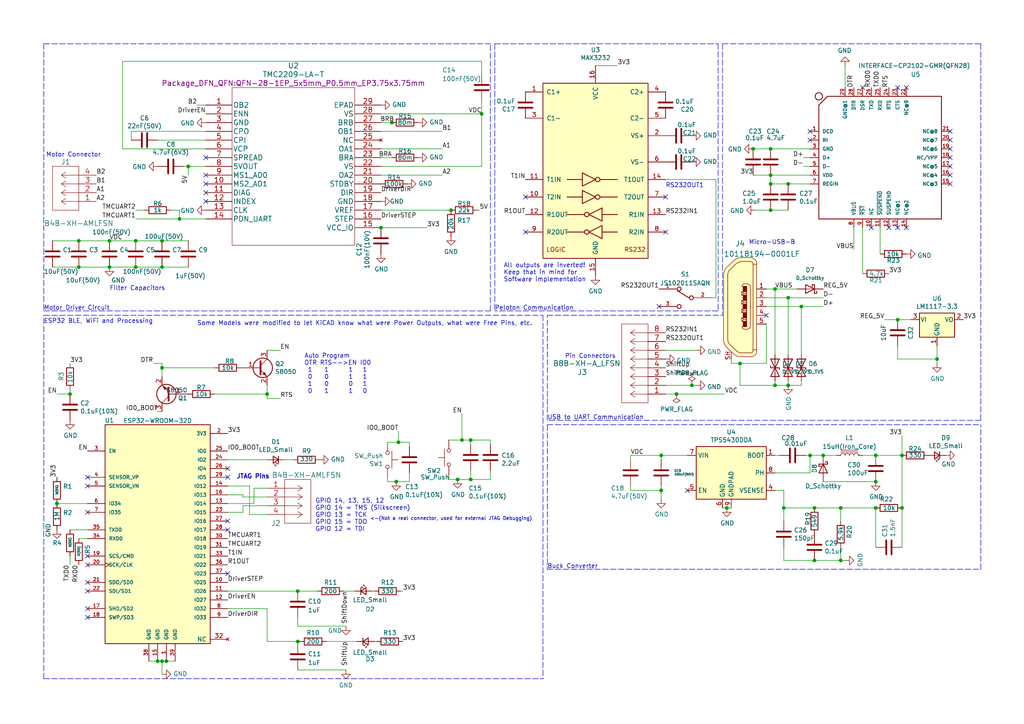
<source format=kicad_sch>
(kicad_sch (version 20211123) (generator eeschema)
  (paper "A4")
  (title_block (title "SmartSpin2k") (date "2022-09-17") (rev "2.35") (company "GitHub") (comment 1 "Design by: Alex Quilty and Xymon Aesquivel") (comment 2 "Owner: Anthony Doud"))
  (junction (at 22.86 77.47))
  (junction (at 236.22 147.32))
  (junction (at 48.26 191.77))
  (junction (at 228.6 86.36))
  (junction (at 139.7 33.02))
  (junction (at 254 132.08))
  (junction (at 110.49 66.04))
  (junction (at 77.47 114.3))
  (junction (at 236.22 162.56))
  (junction (at 46.99 191.77))
  (junction (at 227.33 147.32))
  (junction (at 45.72 191.77))
  (junction (at 46.99 69.85))
  (junction (at 46.99 106.68))
  (junction (at 39.37 69.85))
  (junction (at 191.77 142.24))
  (junction (at 196.215 114.3))
  (junction (at 234.95 132.08))
  (junction (at 136.525 127.635))
  (junction (at 86.36 171.45))
  (junction (at 243.84 147.32))
  (junction (at 223.52 43.18))
  (junction (at 31.75 69.85))
  (junction (at 130.81 60.96))
  (junction (at 218.44 43.18))
  (junction (at 200.66 111.76))
  (junction (at 132.715 139.065))
  (junction (at 214.63 105.41))
  (junction (at 243.84 162.56))
  (junction (at 20.32 114.3))
  (junction (at 54.61 48.26))
  (junction (at 228.6 53.34))
  (junction (at 39.37 77.47))
  (junction (at 224.79 111.76))
  (junction (at 260.35 92.71))
  (junction (at 254 139.7))
  (junction (at 113.665 35.56))
  (junction (at 136.525 139.065))
  (junction (at 261.62 132.08))
  (junction (at 228.6 111.76))
  (junction (at 223.52 60.96))
  (junction (at 224.79 83.82))
  (junction (at 133.985 127.635))
  (junction (at 16.51 146.05))
  (junction (at 22.86 69.85))
  (junction (at 191.77 132.08))
  (junction (at 261.62 147.32))
  (junction (at 223.52 53.34))
  (junction (at 223.52 50.8))
  (junction (at 31.75 77.47))
  (junction (at 271.78 104.14))
  (junction (at 210.82 147.32))
  (junction (at 114.935 139.7))
  (junction (at 232.41 88.9))
  (junction (at 254 147.32))
  (junction (at 86.36 186.055))
  (junction (at 115.57 128.27))
  (junction (at 238.76 132.08))
  (junction (at 46.99 77.47))
  (junction (at 52.07 63.5))
  (no_connect (at 262.89 25.4))
  (no_connect (at 152.4 67.31))
  (no_connect (at 260.35 66.04))
  (no_connect (at 25.4 163.83))
  (no_connect (at 234.95 38.1))
  (no_connect (at 59.69 55.88))
  (no_connect (at 66.04 138.43))
  (no_connect (at 25.4 171.45))
  (no_connect (at 275.59 43.18))
  (no_connect (at 260.35 25.4))
  (no_connect (at 222.25 91.44))
  (no_connect (at 275.59 40.64))
  (no_connect (at 275.59 53.34))
  (no_connect (at 199.39 142.24))
  (no_connect (at 59.69 45.72))
  (no_connect (at 252.73 66.04))
  (no_connect (at 66.04 151.13))
  (no_connect (at 257.81 66.04))
  (no_connect (at 234.95 40.64))
  (no_connect (at 25.4 138.43))
  (no_connect (at 193.04 67.31))
  (no_connect (at 250.19 25.4))
  (no_connect (at 275.59 45.72))
  (no_connect (at 25.4 179.07))
  (no_connect (at 275.59 50.8))
  (no_connect (at 275.59 38.1))
  (no_connect (at 59.69 53.34))
  (no_connect (at 25.4 148.59))
  (no_connect (at 275.59 48.26))
  (no_connect (at 191.135 88.9))
  (no_connect (at 66.04 153.67))
  (no_connect (at 262.89 66.04))
  (no_connect (at 25.4 176.53))
  (no_connect (at 152.4 57.15))
  (no_connect (at 25.4 161.29))
  (no_connect (at 66.04 166.37))
  (no_connect (at 59.69 58.42))
  (no_connect (at 66.04 135.89))
  (no_connect (at 25.4 168.91))
  (no_connect (at 193.04 57.15))
  (no_connect (at 25.4 140.97))
  (no_connect (at 59.69 50.8))
  (wire (pts (xy 227.33 162.56) (xy 236.22 162.56)))
  (wire (pts (xy 238.76 132.08) (xy 242.57 132.08)))
  (wire (pts (xy 201.93 111.76) (xy 200.66 111.76)))
  (wire (pts (xy 260.35 92.71) (xy 264.16 92.71)))
  (wire (pts (xy 233.045 48.26) (xy 234.95 48.26)))
  (wire (pts (xy 59.69 38.1) (xy 38.1 38.1)))
  (polyline (pts (xy 158.75 91.44) (xy 209.55 91.44)))
  (wire (pts (xy 112.395 138.43) (xy 112.395 139.7)))
  (wire (pts (xy 128.27 38.1) (xy 110.49 38.1)))
  (wire (pts (xy 94.615 186.055) (xy 103.505 186.055)))
  (wire (pts (xy 261.62 126.365) (xy 261.62 132.08)))
  (wire (pts (xy 136.525 139.065) (xy 142.24 139.065)))
  (wire (pts (xy 118.745 137.16) (xy 118.745 139.7)))
  (wire (pts (xy 110.49 33.02) (xy 139.7 33.02)))
  (wire (pts (xy 228.6 53.34) (xy 234.95 53.34)))
  (wire (pts (xy 108.585 186.055) (xy 109.22 186.055)))
  (wire (pts (xy 81.28 115.57) (xy 77.47 115.57)))
  (wire (pts (xy 136.525 127.635) (xy 136.525 128.905)))
  (wire (pts (xy 256.54 92.71) (xy 260.35 92.71)))
  (wire (pts (xy 110.49 60.96) (xy 130.81 60.96)))
  (polyline (pts (xy 208.28 90.17) (xy 143.51 90.17)))
  (wire (pts (xy 130.175 139.065) (xy 132.715 139.065)))
  (wire (pts (xy 271.78 104.14) (xy 271.78 105.41)))
  (wire (pts (xy 223.52 53.34) (xy 228.6 53.34)))
  (wire (pts (xy 224.79 83.82) (xy 222.25 83.82)))
  (wire (pts (xy 214.63 105.41) (xy 222.25 105.41)))
  (wire (pts (xy 224.79 83.82) (xy 224.79 102.87)))
  (wire (pts (xy 210.82 147.32) (xy 212.09 147.32)))
  (wire (pts (xy 46.99 105.41) (xy 44.45 105.41)))
  (wire (pts (xy 45.72 191.77) (xy 46.99 191.77)))
  (wire (pts (xy 35.56 43.18) (xy 59.69 43.18)))
  (wire (pts (xy 66.04 148.59) (xy 70.485 148.59)))
  (wire (pts (xy 45.72 40.64) (xy 59.69 40.64)))
  (wire (pts (xy 219.075 60.96) (xy 223.52 60.96)))
  (wire (pts (xy 113.665 45.72) (xy 110.49 45.72)))
  (wire (pts (xy 54.61 48.26) (xy 53.34 48.26)))
  (wire (pts (xy 66.04 146.05) (xy 73.66 146.05)))
  (wire (pts (xy 48.26 191.77) (xy 50.8 191.77)))
  (polyline (pts (xy 12.7 91.44) (xy 157.48 91.44)))
  (wire (pts (xy 114.3 35.56) (xy 113.665 35.56)))
  (polyline (pts (xy 158.75 123.19) (xy 158.75 165.1)))
  (wire (pts (xy 72.39 140.97) (xy 66.04 140.97)))
  (wire (pts (xy 260.35 100.33) (xy 260.35 104.14)))
  (wire (pts (xy 22.86 77.47) (xy 31.75 77.47)))
  (wire (pts (xy 86.36 186.055) (xy 86.995 186.055)))
  (wire (pts (xy 66.04 143.51) (xy 70.485 143.51)))
  (wire (pts (xy 254 147.32) (xy 254 158.75)))
  (wire (pts (xy 46.99 106.68) (xy 46.99 105.41)))
  (wire (pts (xy 234.95 137.16) (xy 234.95 132.08)))
  (wire (pts (xy 247.65 66.04) (xy 247.65 72.39)))
  (wire (pts (xy 136.525 139.065) (xy 132.715 139.065)))
  (wire (pts (xy 250.19 132.08) (xy 254 132.08)))
  (wire (pts (xy 46.99 109.22) (xy 46.99 106.68)))
  (wire (pts (xy 115.57 125.095) (xy 115.57 128.27)))
  (wire (pts (xy 227.33 142.24) (xy 227.33 147.32)))
  (wire (pts (xy 130.175 137.795) (xy 130.175 139.065)))
  (wire (pts (xy 228.6 86.36) (xy 228.6 102.87)))
  (wire (pts (xy 236.22 147.32) (xy 243.84 147.32)))
  (polyline (pts (xy 12.7 90.17) (xy 142.24 90.17)))
  (wire (pts (xy 52.07 63.5) (xy 39.37 63.5)))
  (wire (pts (xy 54.61 50.8) (xy 54.61 48.26)))
  (wire (pts (xy 46.99 191.77) (xy 48.26 191.77)))
  (wire (pts (xy 128.27 43.18) (xy 110.49 43.18)))
  (wire (pts (xy 112.395 139.7) (xy 114.935 139.7)))
  (wire (pts (xy 116.84 171.45) (xy 116.205 171.45)))
  (polyline (pts (xy 209.55 12.7) (xy 209.55 91.44)))
  (wire (pts (xy 182.88 132.08) (xy 191.77 132.08)))
  (wire (pts (xy 224.79 142.24) (xy 227.33 142.24)))
  (wire (pts (xy 108.585 171.45) (xy 107.95 171.45)))
  (wire (pts (xy 142.24 136.525) (xy 142.24 139.065)))
  (wire (pts (xy 39.37 69.85) (xy 46.99 69.85)))
  (wire (pts (xy 16.51 114.3) (xy 20.32 114.3)))
  (wire (pts (xy 31.75 77.47) (xy 39.37 77.47)))
  (wire (pts (xy 224.79 132.08) (xy 226.06 132.08)))
  (wire (pts (xy 232.41 110.49) (xy 232.41 111.76)))
  (wire (pts (xy 110.49 35.56) (xy 113.665 35.56)))
  (wire (pts (xy 223.52 60.96) (xy 228.6 60.96)))
  (wire (pts (xy 212.09 105.41) (xy 214.63 105.41)))
  (polyline (pts (xy 12.7 196.85) (xy 157.48 196.85)))
  (wire (pts (xy 70.485 146.685) (xy 70.485 148.59)))
  (wire (pts (xy 70.485 144.145) (xy 70.485 143.51)))
  (wire (pts (xy 16.51 146.05) (xy 25.4 146.05)))
  (wire (pts (xy 207.645 52.07) (xy 207.645 86.36)))
  (wire (pts (xy 233.68 132.08) (xy 234.95 132.08)))
  (polyline (pts (xy 284.48 165.1) (xy 284.48 123.19)))
  (wire (pts (xy 54.61 77.47) (xy 46.99 77.47)))
  (wire (pts (xy 223.52 43.18) (xy 234.95 43.18)))
  (wire (pts (xy 271.78 100.33) (xy 271.78 104.14)))
  (wire (pts (xy 130.175 127.635) (xy 133.985 127.635)))
  (wire (pts (xy 133.985 127.635) (xy 136.525 127.635)))
  (polyline (pts (xy 12.7 196.85) (xy 12.7 91.44)))
  (wire (pts (xy 227.33 158.75) (xy 227.33 162.56)))
  (wire (pts (xy 45.72 119.38) (xy 46.99 119.38)))
  (wire (pts (xy 210.185 114.3) (xy 196.215 114.3)))
  (wire (pts (xy 199.39 132.08) (xy 191.77 132.08)))
  (wire (pts (xy 118.745 128.27) (xy 118.745 129.54)))
  (wire (pts (xy 20.32 153.67) (xy 25.4 153.67)))
  (wire (pts (xy 31.75 69.85) (xy 39.37 69.85)))
  (polyline (pts (xy 157.48 91.44) (xy 157.48 196.85)))
  (wire (pts (xy 15.24 69.85) (xy 22.86 69.85)))
  (wire (pts (xy 223.52 53.34) (xy 223.52 50.8)))
  (wire (pts (xy 191.77 132.08) (xy 191.77 133.35)))
  (wire (pts (xy 255.27 66.04) (xy 255.27 73.66)))
  (wire (pts (xy 82.55 133.35) (xy 85.09 133.35)))
  (wire (pts (xy 260.35 104.14) (xy 271.78 104.14)))
  (wire (pts (xy 139.7 29.21) (xy 139.7 33.02)))
  (wire (pts (xy 243.84 147.32) (xy 243.84 151.13)))
  (wire (pts (xy 35.56 17.78) (xy 139.7 17.78)))
  (wire (pts (xy 212.09 104.14) (xy 212.09 105.41)))
  (wire (pts (xy 236.22 162.56) (xy 243.84 162.56)))
  (wire (pts (xy 99.695 171.45) (xy 102.87 171.45)))
  (wire (pts (xy 20.32 113.03) (xy 20.32 114.3)))
  (wire (pts (xy 222.25 105.41) (xy 222.25 93.98)))
  (wire (pts (xy 115.57 128.27) (xy 118.745 128.27)))
  (wire (pts (xy 261.62 132.08) (xy 261.62 147.32)))
  (wire (pts (xy 136.525 136.525) (xy 136.525 139.065)))
  (wire (pts (xy 54.61 69.85) (xy 46.99 69.85)))
  (wire (pts (xy 59.69 63.5) (xy 52.07 63.5)))
  (wire (pts (xy 22.86 69.85) (xy 31.75 69.85)))
  (wire (pts (xy 214.63 111.76) (xy 224.79 111.76)))
  (wire (pts (xy 223.52 50.8) (xy 234.95 50.8)))
  (wire (pts (xy 201.93 101.6) (xy 193.04 101.6)))
  (wire (pts (xy 86.36 181.61) (xy 100.33 181.61)))
  (polyline (pts (xy 12.7 12.7) (xy 142.24 12.7)))
  (polyline (pts (xy 12.7 12.7) (xy 12.7 90.17)))
  (wire (pts (xy 35.56 17.78) (xy 35.56 43.18)))
  (wire (pts (xy 182.88 140.97) (xy 182.88 142.24)))
  (polyline (pts (xy 158.75 121.92) (xy 158.75 91.44)))
  (wire (pts (xy 110.49 66.04) (xy 123.825 66.04)))
  (wire (pts (xy 224.79 137.16) (xy 234.95 137.16)))
  (wire (pts (xy 250.19 66.04) (xy 250.19 79.375)))
  (wire (pts (xy 139.7 21.59) (xy 139.7 17.78)))
  (wire (pts (xy 207.645 86.36) (xy 206.375 86.36)))
  (wire (pts (xy 86.36 171.45) (xy 92.075 171.45)))
  (wire (pts (xy 191.77 142.24) (xy 191.77 144.78)))
  (wire (pts (xy 234.95 132.08) (xy 238.76 132.08)))
  (wire (pts (xy 243.84 162.56) (xy 245.11 162.56)))
  (wire (pts (xy 209.55 147.32) (xy 210.82 147.32)))
  (wire (pts (xy 243.84 158.75) (xy 243.84 162.56)))
  (wire (pts (xy 243.84 147.32) (xy 254 147.32)))
  (wire (pts (xy 39.37 60.96) (xy 41.91 60.96)))
  (wire (pts (xy 196.215 114.3) (xy 193.04 114.3)))
  (wire (pts (xy 182.88 142.24) (xy 191.77 142.24)))
  (wire (pts (xy 86.36 186.055) (xy 86.36 186.69)))
  (wire (pts (xy 191.77 140.97) (xy 191.77 142.24)))
  (wire (pts (xy 15.24 77.47) (xy 22.86 77.47)))
  (wire (pts (xy 57.15 30.48) (xy 59.69 30.48)))
  (wire (pts (xy 39.37 77.47) (xy 46.99 77.47)))
  (polyline (pts (xy 143.51 12.7) (xy 208.28 12.7)))
  (wire (pts (xy 77.47 149.225) (xy 72.39 149.225)))
  (wire (pts (xy 86.36 186.055) (xy 77.47 186.055)))
  (wire (pts (xy 142.24 128.905) (xy 142.24 127.635)))
  (polyline (pts (xy 158.75 123.19) (xy 284.48 123.19)))
  (wire (pts (xy 228.6 86.36) (xy 238.76 86.36)))
  (wire (pts (xy 77.47 176.53) (xy 66.04 176.53)))
  (wire (pts (xy 133.985 120.015) (xy 133.985 127.635)))
  (polyline (pts (xy 142.24 90.17) (xy 142.24 12.7)))
  (wire (pts (xy 112.395 128.27) (xy 115.57 128.27)))
  (wire (pts (xy 232.41 88.9) (xy 232.41 102.87)))
  (wire (pts (xy 38.1 38.1) (xy 38.1 40.64)))
  (wire (pts (xy 77.47 144.145) (xy 70.485 144.145)))
  (wire (pts (xy 66.04 133.35) (xy 77.47 133.35)))
  (polyline (pts (xy 284.48 12.7) (xy 284.48 121.92)))
  (wire (pts (xy 72.39 149.225) (xy 72.39 140.97)))
  (wire (pts (xy 62.23 106.68) (xy 46.99 106.68)))
  (wire (pts (xy 81.28 101.6) (xy 77.47 101.6)))
  (wire (pts (xy 128.27 50.8) (xy 110.49 50.8)))
  (wire (pts (xy 136.525 127.635) (xy 142.24 127.635)))
  (wire (pts (xy 62.23 114.3) (xy 77.47 114.3)))
  (wire (pts (xy 223.52 43.18) (xy 218.44 43.18)))
  (wire (pts (xy 223.52 50.8) (xy 218.44 50.8)))
  (wire (pts (xy 200.66 111.76) (xy 193.04 111.76)))
  (wire (pts (xy 224.79 111.76) (xy 228.6 111.76)))
  (wire (pts (xy 231.14 83.82) (xy 224.79 83.82)))
  (wire (pts (xy 222.25 88.9) (xy 232.41 88.9)))
  (wire (pts (xy 100.33 194.31) (xy 86.36 194.31)))
  (wire (pts (xy 118.745 139.7) (xy 114.935 139.7)))
  (wire (pts (xy 245.11 19.05) (xy 245.11 25.4)))
  (wire (pts (xy 20.32 163.83) (xy 20.32 161.29)))
  (wire (pts (xy 224.79 110.49) (xy 224.79 111.76)))
  (wire (pts (xy 254 132.08) (xy 261.62 132.08)))
  (wire (pts (xy 222.25 86.36) (xy 228.6 86.36)))
  (polyline (pts (xy 208.28 12.7) (xy 208.28 90.17)))
  (wire (pts (xy 172.72 19.05) (xy 179.07 19.05)))
  (wire (pts (xy 193.04 52.07) (xy 207.645 52.07)))
  (wire (pts (xy 46.99 191.77) (xy 46.99 195.58)))
  (wire (pts (xy 261.62 147.32) (xy 261.62 158.75)))
  (polyline (pts (xy 284.48 121.92) (xy 158.75 121.92)))
  (wire (pts (xy 228.6 110.49) (xy 228.6 111.76)))
  (polyline (pts (xy 158.75 165.1) (xy 284.48 165.1)))
  (wire (pts (xy 22.86 156.21) (xy 25.4 156.21)))
  (wire (pts (xy 66.04 171.45) (xy 86.36 171.45)))
  (wire (pts (xy 233.045 45.72) (xy 234.95 45.72)))
  (wire (pts (xy 182.88 132.08) (xy 182.88 133.35)))
  (wire (pts (xy 232.41 88.9) (xy 238.76 88.9)))
  (wire (pts (xy 77.47 115.57) (xy 77.47 114.3)))
  (polyline (pts (xy 209.55 12.7) (xy 284.48 12.7)))
  (wire (pts (xy 77.47 146.685) (xy 70.485 146.685)))
  (wire (pts (xy 227.33 151.13) (xy 227.33 147.32)))
  (wire (pts (xy 73.66 146.05) (xy 73.66 141.605)))
  (wire (pts (xy 52.07 60.96) (xy 52.07 63.5)))
  (wire (pts (xy 77.47 186.055) (xy 77.47 176.53)))
  (wire (pts (xy 54.61 48.26) (xy 59.69 48.26)))
  (wire (pts (xy 49.53 60.96) (xy 52.07 60.96)))
  (wire (pts (xy 110.49 48.26) (xy 139.7 48.26)))
  (wire (pts (xy 228.6 111.76) (xy 232.41 111.76)))
  (wire (pts (xy 77.47 114.3) (xy 77.47 111.76)))
  (wire (pts (xy 139.065 60.96) (xy 138.43 60.96)))
  (wire (pts (xy 43.18 191.77) (xy 45.72 191.77)))
  (wire (pts (xy 86.36 179.07) (xy 86.36 181.61)))
  (wire (pts (xy 139.7 33.02) (xy 139.7 48.26)))
  (wire (pts (xy 73.66 141.605) (xy 77.47 141.605)))
  (polyline (pts (xy 143.51 12.7) (xy 143.51 90.17)))
  (wire (pts (xy 236.22 147.32) (xy 227.33 147.32)))
  (wire (pts (xy 214.63 105.41) (xy 214.63 111.76)))
  (wire (pts (xy 238.76 139.7) (xy 254 139.7)))
  (text "Peloton Communication" (at 143.51 90.17 0) (effects (font (size 1.27 1.27)) (justify left bottom)))
  (text "JTAG Pins" (at 68.58 139.065 0) (effects (font (size 1.27 1.27) (thickness 0.254) bold) (justify left bottom)))
  (text "Motor Connector" (at 13.335 45.72 0) (effects (font (size 1.27 1.27)) (justify left bottom)))
  (text "Buck Converter" (at 158.75 165.1 0) (effects (font (size 1.27 1.27)) (justify left bottom)))
  (text "ESP32 BLE, WiFi and Processing" (at 12.7 93.98 0) (effects (font (size 1.27 1.27)) (justify left bottom)))
  (text "RS232OUT1" (at 193.04 54.61 0) (effects (font (size 1.27 1.27)) (justify left bottom)))
  (text "USB to UART Communication" (at 158.75 121.92 0) (effects (font (size 1.27 1.27)) (justify left bottom)))
  (text "Pin Connectors" (at 163.83 104.14 0) (effects (font (size 1.27 1.27)) (justify left bottom)))
  (text "All outputs are inverted! \nKeep that in mind for\nSoftware implementation" (at 146.05 81.915 0) (effects (font (size 1.27 1.27)) (justify left bottom)))
  (text "<-(Not a real connector, used for external JTAG Debugging)" (at 107.315 151.13 0) (effects (font (size 1 1)) (justify left bottom)))
  (text "Some Models were modified to let KiCAD know what were Power Outputs, what were Free Pins, etc." (at 57.15 94.615 0) (effects (font (size 1.27 1.27)) (justify left bottom)))
  (text "Auto Program\nDTR RTS-->EN IO0\n 1	 1	   1   1\n 0	 0	   1   1\n 1	 0	   0   1\n 0	 1	   1   0" (at 88.265 114.3 0) (effects (font (size 1.27 1.27)) (justify left bottom)))
  (text "GPIO 14, 13, 15, 12\nGPIO 14 = TMS (Silkscreen)\nGPIO 13 = TCK\nGPIO 15 = TDO\nGPIO 12 = TDI\n" (at 91.44 154.305 0) (effects (font (size 1.27 1.27)) (justify left bottom)))
  (text "Motor Driver Circuit" (at 12.7 90.17 0) (effects (font (size 1.27 1.27)) (justify left bottom)))
  (text "Filter Capacitors" (at 31.75 84.455 0) (effects (font (size 1.27 1.27)) (justify left bottom)))
  (text "Micro-USB-B\n" (at 217.17 71.12 0) (effects (font (size 1.27 1.27)) (justify left bottom)))
  (label "DTR" (at 247.65 25.4 90))
  (label "RTS" (at 257.81 25.4 90))
  (label "D+" (at 233.045 45.72 180))
  (label "RS232IN1" (at 193.04 62.23 0))
  (label "B1" (at 27.94 53.34 0))
  (label "VBUS" (at 247.65 72.39 180))
  (label "3V3" (at 279.4 92.71 0))
  (label "3V3" (at 257.81 79.375 0))
  (label "3V3" (at 123.825 66.04 0))
  (label "RXD0" (at 252.73 25.4 90))
  (label "D-" (at 238.76 86.36 0))
  (label "TMCUART2" (at 39.37 60.96 180))
  (label "DriverDIR" (at 110.49 55.88 0))
  (label "RS232IN1" (at 193.04 96.52 0))
  (label "R1OUT" (at 66.04 163.83 0))
  (label "ShiftUp" (at 193.04 106.68 0))
  (label "B2" (at 27.94 50.8 0))
  (label "RXD0" (at 22.86 163.83 270))
  (label "3V3" (at 261.62 126.365 180))
  (label "A1" (at 27.94 55.88 0))
  (label "5V" (at 139.065 60.96 0))
  (label "TMCUART1" (at 66.04 156.21 0))
  (label "A1" (at 128.27 43.18 0))
  (label "3V3" (at 20.32 105.41 0))
  (label "ShiftDown" (at 193.04 109.22 0))
  (label "BRA" (at 113.665 45.72 180))
  (label "RS232OUT1" (at 193.04 99.06 0))
  (label "TMCUART1" (at 39.37 63.5 180))
  (label "TXD0" (at 255.27 25.4 90))
  (label "DriverSTEP" (at 110.49 63.5 0))
  (label "IO0_BOOT" (at 45.72 119.38 180))
  (label "DTR" (at 44.45 105.41 180))
  (label "VDC" (at 182.88 132.08 0))
  (label "VDC" (at 31.75 69.85 0))
  (label "D-" (at 233.045 48.26 180))
  (label "IO0_BOOT" (at 115.57 125.095 180))
  (label "ShiftDown" (at 100.965 171.45 270))
  (label "A2" (at 27.94 58.42 0))
  (label "ShiftUp" (at 100.965 186.055 270))
  (label "REG_5V" (at 238.76 83.82 0))
  (label "DriverEN" (at 59.69 33.02 180))
  (label "VDC" (at 210.185 114.3 0))
  (label "EN" (at 133.985 120.015 180))
  (label "3V3" (at 16.51 138.43 90))
  (label "REG_5V" (at 256.54 92.71 180))
  (label "T1IN" (at 66.04 161.29 0))
  (label "VDC" (at 139.7 33.02 180))
  (label "RTS" (at 81.28 115.57 0))
  (label "DriverDIR" (at 66.04 179.07 0))
  (label "VBUS" (at 224.79 83.82 0))
  (label "3V3" (at 116.84 171.45 0))
  (label "TMCUART2" (at 66.04 158.75 0))
  (label "B1" (at 128.27 38.1 0))
  (label "DriverSTEP" (at 66.04 168.91 0))
  (label "RS232OUT1" (at 191.135 83.82 180))
  (label "BRB" (at 114.3 35.56 180))
  (label "D+" (at 238.76 88.9 0))
  (label "A2" (at 128.27 50.8 0))
  (label "EN" (at 16.51 114.3 180))
  (label "EN" (at 81.28 101.6 0))
  (label "5V" (at 54.61 50.8 270))
  (label "B2" (at 57.15 30.48 180))
  (label "3V3" (at 116.84 186.055 0))
  (label "R1OUT" (at 152.4 62.23 180))
  (label "DriverEN" (at 66.04 173.99 0))
  (label "3V3" (at 218.44 50.8 180))
  (label "3V3" (at 179.07 19.05 0))
  (label "3V3" (at 66.04 125.73 0))
  (label "T1IN" (at 152.4 52.07 180))
  (label "TXD0" (at 20.32 163.83 270))
  (label "IO0_BOOT" (at 66.04 130.81 0))
  (label "EN" (at 25.4 130.81 180))
  (symbol (lib_id "Regulator_Switching:TPS5430DDA") (at 212.09 137.16 0) (unit 1)
    (property "Reference" "U4" (at 212.09 125.2982 0))
    (property "Value" "TPS5430DDA" (at 212.09 127.6096 0))
    (property "Footprint" "Package_SO:SOIC-8-1EP_3.9x4.9mm_P1.27mm_EP2.514x3.2mm" (effects hide))
    (property "Datasheet" "http://www.ti.com/lit/ds/symlink/tps5430.pdf" (effects hide))
  )
  (symbol (lib_id "Device:D_Schottky") (at 238.76 135.89 270) (unit 1)
    (property "Reference" "D8" (at 236.22 135.89 0))
    (property "Value" "D_Schottky" (at 238.76 140.97 90))
    (property "Footprint" "Diode_SMD:D_SMA" (effects hide))
  )
  (symbol (lib_id "Device:C") (at 227.33 154.94 0) (unit 1)
    (property "Reference" "C26" (at 230.251 153.7716 0) (effects (justify left)))
    (property "Value" "150pF" (at 230.251 156.083 0) (effects (justify left)))
    (property "Footprint" "Capacitor_SMD:C_0805_2012Metric" (effects hide))
  )
  (symbol (lib_id "Device:C") (at 229.87 132.08 90) (unit 1)
    (property "Reference" "C28" (at 230.505 127 90) (effects (justify left)))
    (property "Value" "0.01uF" (at 234.2134 128.651 90) (effects (justify left)))
    (property "Footprint" "Capacitor_SMD:C_0805_2012Metric" (effects hide))
  )
  (symbol (lib_id "Device:C") (at 254 135.89 0) (unit 1)
    (property "Reference" "C30" (at 245.745 134.8486 0) (effects (justify left)))
    (property "Value" "100uF" (at 245.745 137.16 0) (effects (justify left)))
    (property "Footprint" "Capacitor_SMD:C_1206_3216Metric" (effects hide))
  )
  (symbol (lib_id "Device:R") (at 236.22 151.13 0) (unit 1)
    (property "Reference" "R19" (at 234.315 152.4 90) (effects (justify left)))
    (property "Value" "549" (at 236.22 153.035 90) (effects (justify left)))
    (property "Footprint" "Resistor_SMD:R_0402_1005Metric" (effects hide))
  )
  (symbol (lib_id "Device:R") (at 243.84 154.94 0) (unit 1)
    (property "Reference" "R20" (at 246.38 156.21 90) (effects (justify left)))
    (property "Value" "5.9k" (at 243.84 156.845 90) (effects (justify left)))
    (property "Footprint" "Resistor_SMD:R_0603_1608Metric" (effects hide))
  )
  (symbol (lib_id "Device:R") (at 257.81 147.32 90) (unit 1)
    (property "Reference" "R22" (at 259.08 144.78 90) (effects (justify left)))
    (property "Value" "10k" (at 259.715 147.32 90) (effects (justify left)))
    (property "Footprint" "Resistor_SMD:R_0402_1005Metric" (effects hide))
  )
  (symbol (lib_id "Device:C") (at 257.81 158.75 90) (unit 1)
    (property "Reference" "C31" (at 256.6416 155.829 0) (effects (justify left)))
    (property "Value" "1.5nF" (at 258.953 155.829 0) (effects (justify left)))
    (property "Footprint" "Capacitor_SMD:C_0805_2012Metric" (effects hide))
  )
  (symbol (lib_id "Device:C") (at 236.22 158.75 0) (unit 1)
    (property "Reference" "C29" (at 239.141 157.5816 0) (effects (justify left)))
    (property "Value" "0.1uF" (at 239.141 159.893 0) (effects (justify left)))
    (property "Footprint" "Capacitor_SMD:C_0402_1005Metric" (effects hide))
  )
  (symbol (lib_id "power:GND") (at 245.11 162.56 90) (unit 1)
    (property "Reference" "#PWR032" (effects hide))
    (property "Value" "GND" (at 249.5042 162.433 0))
  )
  (symbol (lib_id "power:GND") (at 254 139.7 0) (unit 1)
    (property "Reference" "#PWR033" (effects hide))
    (property "Value" "GND" (at 254.127 144.0942 0))
  )
  (symbol (lib_id "Device:C") (at 182.88 137.16 0) (unit 1)
    (property "Reference" "C18" (at 177.165 141.605 0) (effects (justify left)))
    (property "Value" "4.7uF(50V)" (at 177.165 143.9164 0) (effects (justify left)))
    (property "Footprint" "Capacitor_SMD:C_1206_3216Metric" (effects hide))
  )
  (symbol (lib_id "Device:C") (at 191.77 137.16 0) (unit 1)
    (property "Reference" "C19" (at 195.58 136.525 0) (effects (font (size 0.635 0.635)) (justify left)))
    (property "Value" "100uF(50V)" (at 195.58 137.5664 0) (effects (font (size 0.635 0.635)) (justify left)))
    (property "Footprint" "Capacitor_SMD:CP_Elec_8x10" (effects hide))
  )
  (symbol (lib_id "power:GND") (at 191.77 144.78 0) (unit 1)
    (property "Reference" "#PWR021" (effects hide))
    (property "Value" "GND" (at 191.897 149.1742 0))
  )
  (symbol (lib_id "power:GND") (at 210.82 147.32 0) (unit 1)
    (property "Reference" "#PWR027" (effects hide))
    (property "Value" "GND" (at 210.947 151.7142 0))
  )
  (symbol (lib_id "Device:R") (at 20.32 109.22 0) (unit 1)
    (property "Reference" "R3" (at 17.78 110.49 90) (effects (justify left)))
    (property "Value" "10k" (at 20.32 111.125 90) (effects (justify left)))
    (property "Footprint" "Resistor_SMD:R_0402_1005Metric" (effects hide))
  )
  (symbol (lib_id "Device:C") (at 136.525 132.715 0) (unit 1)
    (property "Reference" "C15" (at 135.89 141.605 0) (effects (justify left)))
    (property "Value" "0.1uF(10%)" (at 135.89 143.9164 0) (effects (justify left)))
    (property "Footprint" "Capacitor_SMD:C_0402_1005Metric" (effects hide))
  )
  (symbol (lib_id "Device:R") (at 58.42 114.3 90) (unit 1)
    (property "Reference" "R7" (at 59.69 112.395 90) (effects (justify left)))
    (property "Value" "10k" (at 60.325 114.3 90) (effects (justify left)))
    (property "Footprint" "Resistor_SMD:R_0402_1005Metric" (effects hide))
  )
  (symbol (lib_id "Device:R") (at 66.04 106.68 90) (unit 1)
    (property "Reference" "R8" (at 67.945 104.775 90) (effects (justify left)))
    (property "Value" "10k" (at 67.945 106.68 90) (effects (justify left)))
    (property "Footprint" "Resistor_SMD:R_0402_1005Metric" (effects hide))
  )
  (symbol (lib_id "power:PWR_FLAG") (at 196.215 114.3 180) (unit 1)
    (property "Reference" "#FLG05" (effects hide))
    (property "Value" "PWR_FLAG" (at 196.215 118.6942 0))
  )
  (symbol (lib_id "Device:LED_Small") (at 105.41 171.45 0) (unit 1)
    (property "Reference" "D2" (at 107.315 176.7078 0))
    (property "Value" "LED_Small" (at 107.315 173.99 0))
    (property "Footprint" "LED_SMD:LED_0603_1608Metric" (effects hide))
  )
  (symbol (lib_id "Device:LED_Small") (at 106.045 186.055 0) (mirror x) (unit 1)
    (property "Reference" "D3" (at 107.315 191.135 0))
    (property "Value" "LED_Small" (at 107.315 189.23 0))
    (property "Footprint" "LED_SMD:LED_0603_1608Metric" (effects hide))
  )
  (symbol (lib_id "INTERFACE-CP2102-GMR_QFN28_:INTERFACE-CP2102-GMR(QFN28)") (at 255.27 45.72 0) (unit 1)
    (property "Reference" "U5" (at 264.16 21.59 0) (effects (justify left)))
    (property "Value" "INTERFACE-CP2102-GMR(QFN28)" (at 248.92 19.05 0) (effects (justify left)))
    (property "Footprint" "Package_DFN_QFN:QFN-28-1EP_5x5mm_P0.5mm_EP3.35x3.35mm" (effects hide))
    (property "MPN" "CP2102-GMR" (effects hide))
  )
  (symbol (lib_id "Device:C") (at 218.44 46.99 180) (unit 1)
    (property "Reference" "C23" (at 220.98 38.1 0) (effects (justify left)))
    (property "Value" "0.1uF" (at 221.615 40.005 0) (effects (justify left)))
    (property "Footprint" "Capacitor_SMD:C_0402_1005Metric" (effects hide))
  )
  (symbol (lib_id "Device:C") (at 152.4 30.48 180) (unit 1)
    (property "Reference" "C17" (at 149.479 31.6484 0) (effects (justify left)))
    (property "Value" "0.1uF" (at 149.479 29.337 0) (effects (justify left)))
    (property "Footprint" "Capacitor_SMD:C_0402_1005Metric" (effects hide))
  )
  (symbol (lib_id "Device:C") (at 193.04 30.48 180) (unit 1)
    (property "Reference" "C20" (at 201.295 31.75 0) (effects (justify left)))
    (property "Value" "0.1uF" (at 201.295 29.4386 0) (effects (justify left)))
    (property "Footprint" "Capacitor_SMD:C_0402_1005Metric" (effects hide))
  )
  (symbol (lib_id "Device:C") (at 223.52 57.15 0) (unit 1)
    (property "Reference" "C25" (at 215.265 56.1086 0) (effects (justify left)))
    (property "Value" "1.0uF" (at 215.265 58.42 0) (effects (justify left)))
    (property "Footprint" "Capacitor_SMD:C_0805_2012Metric" (effects hide))
  )
  (symbol (lib_id "Device:C") (at 228.6 57.15 0) (unit 1)
    (property "Reference" "C27" (at 231.775 56.1086 0) (effects (justify left)))
    (property "Value" "0.1uF" (at 231.775 58.42 0) (effects (justify left)))
    (property "Footprint" "Capacitor_SMD:C_0402_1005Metric" (effects hide))
  )
  (symbol (lib_id "Regulator_Linear:LM1117-3.3") (at 271.78 92.71 0) (unit 1)
    (property "Reference" "U6" (at 271.78 86.5632 0))
    (property "Value" "LM1117-3.3" (at 271.78 88.8746 0))
    (property "Footprint" "Package_TO_SOT_SMD:SOT-223-3_TabPin2" (effects hide))
    (property "Datasheet" "http://www.ti.com/lit/ds/symlink/lm1117.pdf" (effects hide))
  )
  (symbol (lib_id "Device:C") (at 260.35 96.52 180) (unit 1)
    (property "Reference" "C32" (at 264.16 96.52 90))
    (property "Value" "10uF" (at 256.2606 96.52 90))
    (property "Footprint" "Capacitor_SMD:C_0603_1608Metric" (effects hide))
  )
  (symbol (lib_id "power:GND") (at 271.78 105.41 0) (unit 1)
    (property "Reference" "#PWR035" (effects hide))
    (property "Value" "GND" (at 271.907 109.8042 0))
  )
  (symbol (lib_id "Switch:SW_Push") (at 130.175 132.715 90) (unit 1)
    (property "Reference" "SW2" (at 123.825 136.525 90) (effects (justify right)))
    (property "Value" "SW_Push" (at 121.92 138.43 90) (effects (justify right)))
    (property "Footprint" "Button_Switch_SMD:SW_Push_SPST_NO_Alps_SKRK" (effects hide))
  )
  (symbol (lib_id "power:GND") (at 132.715 139.065 0) (unit 1)
    (property "Reference" "#PWR019" (effects hide))
    (property "Value" "GND" (at 132.842 143.4592 0))
  )
  (symbol (lib_id "power:GND") (at 46.99 195.58 90) (unit 1)
    (property "Reference" "#PWR05" (effects hide))
    (property "Value" "GND" (at 50.2412 195.453 90) (effects (justify right)))
  )
  (symbol (lib_id "Device:LED_Small") (at 271.78 132.08 180) (unit 1)
    (property "Reference" "D9" (at 274.32 127 0))
    (property "Value" "LED_Small" (at 274.32 129.3114 0))
    (property "Footprint" "LED_SMD:LED_0603_1608Metric" (effects hide))
  )
  (symbol (lib_id "Device:R") (at 265.43 132.08 270) (unit 1)
    (property "Reference" "R24" (at 265.43 130.175 90))
    (property "Value" "330" (at 265.43 132.08 90))
    (property "Footprint" "Resistor_SMD:R_0402_1005Metric" (effects hide))
  )
  (symbol (lib_id "power:GND") (at 274.32 132.08 90) (unit 1)
    (property "Reference" "#PWR036" (effects hide))
    (property "Value" "GND" (at 273.05 134.62 90) (effects (justify right)))
  )
  (symbol (lib_id "power:GND") (at 219.075 60.96 270) (unit 1)
    (property "Reference" "#PWR029" (effects hide))
    (property "Value" "GND" (at 215.8238 61.087 90) (effects (justify right)))
  )
  (symbol (lib_id "power:GND") (at 218.44 43.18 270) (unit 1)
    (property "Reference" "#PWR028" (effects hide))
    (property "Value" "GND" (at 215.1888 43.307 90) (effects (justify right)))
  )
  (symbol (lib_id "power:GND") (at 245.11 19.05 180) (unit 1)
    (property "Reference" "#PWR031" (effects hide))
    (property "Value" "GND" (at 244.983 14.6558 0))
  )
  (symbol (lib_id "power:GND") (at 228.6 111.76 0) (unit 1)
    (property "Reference" "#PWR030" (effects hide))
    (property "Value" "GND" (at 228.727 115.0112 90) (effects (justify right)))
  )
  (symbol (lib_id "Device:R") (at 16.51 149.86 180) (unit 1)
    (property "Reference" "R2" (at 18.288 148.6916 0) (effects (justify right)))
    (property "Value" "1M" (at 16.51 151.13 90) (effects (justify right)))
    (property "Footprint" "Resistor_SMD:R_0402_1005Metric" (effects hide))
  )
  (symbol (lib_id "power:GND") (at 16.51 153.67 0) (unit 1)
    (property "Reference" "#PWR01" (effects hide))
    (property "Value" "GND" (at 13.97 151.765 90) (effects (justify right)))
  )
  (symbol (lib_id "Device:R") (at 112.395 171.45 90) (unit 1)
    (property "Reference" "R12" (at 112.395 168.91 90))
    (property "Value" "330" (at 112.395 171.45 90))
    (property "Footprint" "Resistor_SMD:R_0402_1005Metric" (effects hide))
  )
  (symbol (lib_id "Device:R") (at 254 79.375 270) (unit 1)
    (property "Reference" "R21" (at 252.095 81.28 90) (effects (justify left)))
    (property "Value" "4.7k" (at 252.095 79.375 90) (effects (justify left)))
    (property "Footprint" "Resistor_SMD:R_0402_1005Metric" (effects hide))
  )
  (symbol (lib_id "Device:R") (at 16.51 142.24 0) (unit 1)
    (property "Reference" "R1" (at 18.288 141.0716 0) (effects (justify left)))
    (property "Value" "0(5%)" (at 16.51 143.51 90) (effects (font (size 0.635 0.635)) (justify left)))
    (property "Footprint" "Resistor_SMD:R_0402_1005Metric" (effects hide))
  )
  (symbol (lib_id "Device:LED_Small") (at 80.01 133.35 180) (unit 1)
    (property "Reference" "D1" (at 80.01 128.0922 0))
    (property "Value" "LED_Small" (at 80.01 130.4036 0))
    (property "Footprint" "LED_SMD:LED_0603_1608Metric" (effects hide))
  )
  (symbol (lib_id "Device:R") (at 88.9 133.35 270) (unit 1)
    (property "Reference" "R9" (at 88.9 130.81 90))
    (property "Value" "330" (at 88.9 133.1214 90))
    (property "Footprint" "Resistor_SMD:R_0402_1005Metric" (effects hide))
  )
  (symbol (lib_id "power:GND") (at 92.71 133.35 90) (unit 1)
    (property "Reference" "#PWR08" (effects hide))
    (property "Value" "GND" (at 95.9612 133.223 90) (effects (justify right)))
  )
  (symbol (lib_id "Transistor_BJT:2N2219") (at 49.53 114.3 180) (unit 1)
    (property "Reference" "Q1" (at 54.3814 115.4684 0) (effects (justify left)))
    (property "Value" "S8050" (at 54.3814 113.157 0) (effects (justify left)))
    (property "Footprint" "Package_TO_SOT_SMD:SOT-23" (effects hide))
    (property "Datasheet" "http://www.onsemi.com/pub_link/Collateral/2N2219-D.PDF" (effects hide))
  )
  (symbol (lib_name "2N2219_1") (lib_id "Transistor_BJT:2N2219") (at 74.93 106.68 0) (unit 1)
    (property "Reference" "Q2" (at 79.756 105.5116 0) (effects (justify left)))
    (property "Value" "S8050" (at 79.756 107.823 0) (effects (justify left)))
    (property "Footprint" "Package_TO_SOT_SMD:SOT-23" (effects hide))
    (property "Datasheet" "http://www.onsemi.com/pub_link/Collateral/2N2219-D.PDF" (effects hide))
  )
  (symbol (lib_id "Device:R") (at 20.32 157.48 0) (unit 1)
    (property "Reference" "R4" (at 15.24 157.48 0) (effects (justify left)))
    (property "Value" "0(5%)" (at 20.32 158.75 90) (effects (font (size 0.635 0.635)) (justify left)))
    (property "Footprint" "Resistor_SMD:R_0402_1005Metric" (effects hide))
  )
  (symbol (lib_id "Device:R") (at 22.86 160.02 0) (unit 1)
    (property "Reference" "R5" (at 25.4 160.655 90) (effects (justify left)))
    (property "Value" "0(5%)" (at 22.86 161.29 90) (effects (font (size 0.635 0.635)) (justify left)))
    (property "Footprint" "Resistor_SMD:R_0402_1005Metric" (effects hide))
  )
  (symbol (lib_id "Switch:SW_Push") (at 112.395 133.35 270) (unit 1)
    (property "Reference" "SW1" (at 111.1758 134.5184 90) (effects (justify right)))
    (property "Value" "SW_Push" (at 111.1758 132.207 90) (effects (justify right)))
    (property "Footprint" "Button_Switch_SMD:SW_Push_SPST_NO_Alps_SKRK" (effects hide))
  )
  (symbol (lib_id "power:GND") (at 114.935 139.7 0) (unit 1)
    (property "Reference" "#PWR014" (effects hide))
    (property "Value" "GND" (at 115.062 144.0942 0))
  )
  (symbol (lib_id "Device:C") (at 118.745 133.35 0) (unit 1)
    (property "Reference" "C13" (at 117.475 141.1986 0) (effects (justify left)))
    (property "Value" "0.1uF(10%)" (at 117.475 143.51 0) (effects (justify left)))
    (property "Footprint" "Capacitor_SMD:C_0402_1005Metric" (effects hide))
  )
  (symbol (lib_id "Interface_UART:MAX3232") (at 172.72 49.53 0) (unit 1)
    (property "Reference" "U3" (at 172.72 14.4526 0))
    (property "Value" "MAX3232" (at 172.72 16.764 0))
    (property "Footprint" "MAX3232:MAX3232IPWR" (effects hide))
    (property "Datasheet" "https://datasheets.maximintegrated.com/en/ds/MAX3222-MAX3241.pdf" (effects hide))
  )
  (symbol (lib_id "Device:C") (at 196.85 39.37 90) (unit 1)
    (property "Reference" "C21" (at 201.93 38.5064 90) (effects (justify left)))
    (property "Value" "0.1uF" (at 201.93 36.195 90) (effects (justify left)))
    (property "Footprint" "Capacitor_SMD:C_0402_1005Metric" (effects hide))
  )
  (symbol (lib_id "Device:C") (at 196.85 46.99 90) (unit 1)
    (property "Reference" "C22" (at 201.93 46.1264 90) (effects (justify left)))
    (property "Value" "0.1uF" (at 201.93 43.815 90) (effects (justify left)))
    (property "Footprint" "Capacitor_SMD:C_0402_1005Metric" (effects hide))
  )
  (symbol (lib_id "power:GND") (at 200.66 39.37 90) (unit 1)
    (property "Reference" "#PWR025" (effects hide))
    (property "Value" "GND" (at 203.9112 39.243 90) (effects (justify right)))
  )
  (symbol (lib_id "power:GND") (at 200.66 46.99 90) (unit 1)
    (property "Reference" "#PWR026" (effects hide))
    (property "Value" "GND" (at 203.9112 46.863 90) (effects (justify right)))
  )
  (symbol (lib_id "Device:C") (at 223.52 46.99 0) (unit 1)
    (property "Reference" "C24" (at 222.25 38.1 0) (effects (justify left)))
    (property "Value" "4.7uF" (at 222.25 40.005 0) (effects (justify left)))
    (property "Footprint" "Capacitor_SMD:C_0805_2012Metric" (effects hide))
  )
  (symbol (lib_id "Device:C") (at 46.99 73.66 0) (unit 1)
    (property "Reference" "C7" (at 49.911 72.4916 0) (effects (justify left)))
    (property "Value" "100uF(50V)" (at 41.91 68.58 0) (effects (justify left)))
    (property "Footprint" "Capacitor_SMD:CP_Elec_8x10" (effects hide))
  )
  (symbol (lib_id "power:GND") (at 100.33 194.31 0) (mirror y) (unit 1)
    (property "Reference" "#PWR010" (effects hide))
    (property "Value" "GND" (at 100.33 198.7534 0))
  )
  (symbol (lib_id "power:GND") (at 59.69 60.96 270) (unit 1)
    (property "Reference" "#PWR07" (effects hide))
    (property "Value" "GND" (at 56.4388 61.087 90) (effects (justify right)))
  )
  (symbol (lib_id "Device:R") (at 45.72 60.96 270) (unit 1)
    (property "Reference" "R6" (at 45.72 59.055 90))
    (property "Value" "1k" (at 45.72 60.96 90))
    (property "Footprint" "Resistor_SMD:R_0402_1005Metric" (effects hide))
  )
  (symbol (lib_id "Device:L_Iron") (at 246.38 132.08 90) (unit 1)
    (property "Reference" "L1" (at 246.38 126.9832 90))
    (property "Value" "15uH(Iron_Core)" (at 246.38 129.5201 90))
    (property "Footprint" "Inductor_SMD_Extra:L_SXN_SMDRI127_150MT" (effects hide))
  )
  (symbol (lib_id "power:GND") (at 110.49 58.42 90) (unit 1)
    (property "Reference" "#PWR012" (effects hide))
    (property "Value" "GND" (at 113.03 58.42 90) (effects (justify right)))
  )
  (symbol (lib_id "Device:R") (at 130.81 64.77 0) (unit 1)
    (property "Reference" "R17" (at 132.588 63.9353 0) (effects (justify left)))
    (property "Value" "20k" (at 130.81 66.675 90) (effects (justify left)))
    (property "Footprint" "Resistor_SMD:R_0805_2012Metric" (effects hide))
  )
  (symbol (lib_id "power:GND") (at 130.81 68.58 0) (unit 1)
    (property "Reference" "#PWR018" (effects hide))
    (property "Value" "GND" (at 130.81 73.0234 0))
  )
  (symbol (lib_id "Device:C") (at 49.53 48.26 270) (unit 1)
    (property "Reference" "C8" (at 49.53 41.8592 90))
    (property "Value" "4.7uF(6V3)" (at 49.53 44.1706 90))
    (property "Footprint" "Capacitor_SMD:C_0805_2012Metric" (effects hide))
  )
  (symbol (lib_id "power:GND") (at 31.75 77.47 0) (unit 1)
    (property "Reference" "#PWR03" (effects hide))
    (property "Value" "GND" (at 34.29 81.28 0))
  )
  (symbol (lib_id "ESP32-WROOM-32D:ESP32-WROOM-32D") (at 45.72 153.67 0) (unit 1)
    (property "Reference" "U1" (at 31.75 121.92 0))
    (property "Value" "ESP32-WROOM-32D" (at 45.72 122.0271 0))
    (property "Footprint" "RF_Module:ESP32-WROOM-32" (effects hide))
    (property "MAXIMUM_PACKAGE_HEIGHT" "3.2 mm" (effects hide))
    (property "PARTREV" "1.9" (effects hide))
    (property "STANDARD" "Manufacturer Recommendations" (effects hide))
    (property "MANUFACTURER" "Espressif Systems" (effects hide))
  )
  (symbol (lib_id "power:GND") (at 20.32 121.92 0) (unit 1)
    (property "Reference" "#PWR02" (effects hide))
    (property "Value" "GND" (at 20.447 126.3142 0))
  )
  (symbol (lib_id "Device:C") (at 86.36 175.26 0) (mirror y) (unit 1)
    (property "Reference" "C10" (at 89.281 174.4253 0) (effects (justify right)))
    (property "Value" "1uF" (at 89.281 176.9622 0) (effects (justify right)))
    (property "Footprint" "Capacitor_SMD:C_0603_1608Metric" (effects hide))
  )
  (symbol (lib_name "D_Schottky_1") (lib_id "Device:D_Schottky") (at 234.95 83.82 180) (unit 1)
    (property "Reference" "D7" (at 234.95 78.3082 0))
    (property "Value" "D_Schottky" (at 234.95 80.6196 0) (effects (font (size 1 1))))
    (property "Footprint" "Diode_SMD:D_SMA" (effects hide))
  )
  (symbol (lib_id "Device:R") (at 90.805 186.055 90) (unit 1)
    (property "Reference" "R10" (at 90.805 183.515 90))
    (property "Value" "200" (at 90.805 186.0519 90))
    (property "Footprint" "Resistor_SMD:R_0402_1005Metric" (effects hide))
  )
  (symbol (lib_id "Device:C") (at 22.86 73.66 0) (unit 1)
    (property "Reference" "C3" (at 25.781 72.4916 0) (effects (justify left)))
    (property "Value" "10uF(50V)" (at 19.05 81.28 0) (effects (justify left)))
    (property "Footprint" "Capacitor_SMD:C_1206_3216Metric" (effects hide))
  )
  (symbol (lib_id "power:GND") (at 121.285 45.72 90) (unit 1)
    (property "Reference" "#PWR017" (effects hide))
    (property "Value" "GND" (at 124.5362 45.593 90) (effects (justify right)))
  )
  (symbol (lib_id "power:GND") (at 100.33 181.61 0) (mirror y) (unit 1)
    (property "Reference" "#PWR09" (effects hide))
    (property "Value" "GND" (at 97.155 182.88 0))
  )
  (symbol (lib_id "Device:C") (at 86.36 190.5 0) (mirror y) (unit 1)
    (property "Reference" "C11" (at 89.281 189.6653 0) (effects (justify right)))
    (property "Value" "1uF" (at 89.281 192.2022 0) (effects (justify right)))
    (property "Footprint" "Capacitor_SMD:C_0603_1608Metric" (effects hide))
  )
  (symbol (lib_id "B4B_Connector:B4B-XH-AMLFSN") (at 77.47 141.605 0) (unit 1)
    (property "Reference" "J2" (at 80.01 151.765 0) (effects (font (size 1.524 1.524))))
    (property "Value" "B4B-XH-AMLFSN" (at 88.9 137.795 0) (effects (font (size 1.524 1.524))))
    (property "Footprint" "Connector_JST:JST_XH_B4B-XH-AM_1x04_P2.50mm_Vertical" (effects hide))
  )
  (symbol (lib_id "power:GND") (at 262.89 73.66 90) (unit 1)
    (property "Reference" "#PWR034" (effects hide))
    (property "Value" "GND" (at 266.065 74.0938 90) (effects (justify right)))
  )
  (symbol (lib_id "power:GND") (at 110.49 30.48 90) (unit 1)
    (property "Reference" "#PWR011" (effects hide))
    (property "Value" "GND" (at 113.7412 30.353 90) (effects (justify right)))
  )
  (symbol (lib_id "B4B_Connector:B4B-XH-AMLFSN") (at 27.94 58.42 180) (unit 1)
    (property "Reference" "J1" (at 19.05 46.99 0) (effects (font (size 1.524 1.524))))
    (property "Value" "B4B-XH-AMLFSN" (at 22.86 64.77 0) (effects (font (size 1.524 1.524))))
    (property "Footprint" "Connector_JST:JST_XH_B4B-XH-AM_1x04_P2.50mm_Vertical" (effects hide))
  )
  (symbol (lib_id "Device:R") (at 95.885 171.45 90) (unit 1)
    (property "Reference" "R11" (at 95.885 168.91 90))
    (property "Value" "200" (at 95.885 171.4469 90))
    (property "Footprint" "Resistor_SMD:R_0402_1005Metric" (effects hide))
  )
  (symbol (lib_id "Device:R") (at 113.03 186.055 270) (mirror x) (unit 1)
    (property "Reference" "R13" (at 111.125 183.515 90) (effects (justify left)))
    (property "Value" "330" (at 111.125 186.055 90) (effects (justify left)))
    (property "Footprint" "Resistor_SMD:R_0402_1005Metric" (effects hide))
  )
  (symbol (lib_id "Device:C") (at 39.37 73.66 0) (unit 1)
    (property "Reference" "C5" (at 42.291 72.4916 0) (effects (justify left)))
    (property "Value" "100nF(50V)" (at 35.56 78.74 0) (effects (justify left)))
    (property "Footprint" "Capacitor_SMD:C_0805_2012Metric" (effects hide))
  )
  (symbol (lib_id "Device:C") (at 139.7 25.4 180) (unit 1)
    (property "Reference" "C14" (at 128.27 20.32 0) (effects (justify right)))
    (property "Value" "100nF(50V)" (at 128.27 22.86 0) (effects (justify right)))
    (property "Footprint" "Capacitor_SMD:C_0805_2012Metric" (effects hide))
  )
  (symbol (lib_id "power:GND") (at 193.04 104.14 90) (unit 1)
    (property "Reference" "#PWR023" (effects hide))
    (property "Value" "GND" (at 196.215 104.5738 90) (effects (justify right)))
  )
  (symbol (lib_id "Device:C") (at 31.75 73.66 0) (unit 1)
    (property "Reference" "C4" (at 34.671 72.4916 0) (effects (justify left)))
    (property "Value" "100nF(50V)" (at 26.67 67.31 0) (effects (justify left)))
    (property "Footprint" "Capacitor_SMD:C_0805_2012Metric" (effects hide))
  )
  (symbol (lib_id "Device:R") (at 259.08 73.66 270) (unit 1)
    (property "Reference" "R23" (at 257.175 75.565 90) (effects (justify left)))
    (property "Value" "10k" (at 257.175 73.66 90) (effects (justify left)))
    (property "Footprint" "Resistor_SMD:R_0402_1005Metric" (effects hide))
  )
  (symbol (lib_id "Device:R") (at 117.475 45.72 270) (unit 1)
    (property "Reference" "R16" (at 117.475 43.815 90))
    (property "Value" "80m" (at 117.475 45.72 90))
    (property "Footprint" "Resistor_SMD:R_1206_3216Metric" (effects hide))
  )
  (symbol (lib_id "dk_USB-DVI-HDMI-Connectors:10118194-0001LF") (at 214.63 88.9 0) (unit 1)
    (property "Reference" "J4" (at 214.6808 70.6427 0) (effects (font (size 1.524 1.524))))
    (property "Value" "10118194-0001LF" (at 220.98 73.66 0) (effects (font (size 1.524 1.524))))
    (property "Footprint" "digikey-footprints:USB_Micro_B_Female_10118194-0001LF" (effects hide))
    (property "Datasheet" "http://www.amphenol-icc.com/media/wysiwyg/files/drawing/10118194.pdf" (effects hide))
    (property "Digi-Key_PN" "609-4618-1-ND" (effects hide))
    (property "MPN" "10118194-0001LF" (effects hide))
    (property "Category" "Connectors, Interconnects" (effects hide))
    (property "Family" "USB, DVI, HDMI Connectors" (effects hide))
    (property "DK_Datasheet_Link" "http://www.amphenol-icc.com/media/wysiwyg/files/drawing/10118194.pdf" (effects hide))
    (property "DK_Detail_Page" "/product-detail/en/amphenol-icc-fci/10118194-0001LF/609-4618-1-ND/2785382" (effects hide))
    (property "Description" "CONN RCPT USB2.0 MICRO B SMD R/A" (effects hide))
    (property "Manufacturer" "Amphenol ICC (FCI)" (effects hide))
    (property "Status" "Active" (effects hide))
  )
  (symbol (lib_id "Device:R") (at 114.3 53.34 270) (unit 1)
    (property "Reference" "R14" (at 114.3 51.435 90))
    (property "Value" "100k" (at 114.3 53.34 90))
    (property "Footprint" "Resistor_SMD:R_0402_1005Metric" (effects hide))
  )
  (symbol (lib_id "Device:C") (at 142.24 132.715 0) (unit 1)
    (property "Reference" "C16" (at 145.415 132.08 0) (effects (justify left)))
    (property "Value" "2.2uF" (at 145.415 134.3914 0) (effects (justify left)))
    (property "Footprint" "Capacitor_SMD:C_0402_1005Metric" (effects hide))
  )
  (symbol (lib_id "Device:D_TVS") (at 224.79 106.68 270) (unit 1)
    (property "Reference" "D4" (at 226.822 105.5116 90) (effects (justify left)))
    (property "Value" "D_TVS" (at 226.822 107.823 90) (effects (font (size 1 1)) (justify left)))
    (property "Footprint" "Diode_SMD:D_0603_1608Metric" (effects hide))
  )
  (symbol (lib_id "Device:C") (at 54.61 73.66 0) (unit 1)
    (property "Reference" "C9" (at 57.531 72.4916 0) (effects (justify left)))
    (property "Value" "1uF(50V)" (at 50.8 80.01 0) (effects (justify left)))
    (property "Footprint" "Capacitor_SMD:C_0603_1608Metric" (effects hide))
  )
  (symbol (lib_id "power:GND") (at 201.93 101.6 90) (unit 1)
    (property "Reference" "#PWR022" (effects hide))
    (property "Value" "GND" (at 205.105 102.0338 90) (effects (justify right)))
  )
  (symbol (lib_id "power:PWR_FLAG") (at 200.66 111.76 0) (unit 1)
    (property "Reference" "#FLG04" (effects hide))
    (property "Value" "PWR_FLAG" (at 200.66 108.1842 0))
  )
  (symbol (lib_id "Device:C") (at 15.24 73.66 0) (unit 1)
    (property "Reference" "C1" (at 18.161 72.4916 0) (effects (justify left)))
    (property "Value" "10uF(50V)" (at 12.7 78.74 0) (effects (justify left)))
    (property "Footprint" "Capacitor_SMD:C_0805_2012Metric" (effects hide))
  )
  (symbol (lib_id "TMC2209:TMC2209-LA-T") (at 59.69 30.48 0) (unit 1)
    (property "Reference" "U2" (at 85.09 19.05 0) (effects (font (size 1.524 1.524))))
    (property "Value" "TMC2209-LA-T" (at 85.09 21.59 0) (effects (font (size 1.524 1.524))))
    (property "Footprint" "Package_DFN_QFN:QFN-28-1EP_5x5mm_P0.5mm_EP3.75x3.75mm" (at 85.09 24.13 0) (effects (font (size 1.524 1.524))))
  )
  (symbol (lib_id "JS102011SAQN:JS102011SAQN") (at 198.755 86.36 0) (unit 1)
    (property "Reference" "S1" (at 198.755 79.5522 0))
    (property "Value" "JS102011SAQN" (at 198.755 82.0891 0))
    (property "Footprint" "SW_JS102011SAQN" (effects hide))
    (property "MANUFACTURER" "C&K" (effects hide))
  )
  (symbol (lib_name "B8B-XH-A_LFSN_1") (lib_id "B8B_Connector:B8B-XH-A_LFSN") (at 193.04 114.3 180) (unit 1)
    (property "Reference" "J3" (at 168.91 107.95 0) (effects (font (size 1.524 1.524))))
    (property "Value" "B8B-XH-A_LFSN" (at 170.18 105.41 0) (effects (font (size 1.524 1.524))))
    (property "Footprint" "Connector_JST:JST_XH_B8B-XH-AM_1x08_P2.50mm_Vertical" (effects hide))
  )
  (symbol (lib_id "power:GND") (at 59.69 35.56 270) (unit 1)
    (property "Reference" "#PWR06" (effects hide))
    (property "Value" "GND" (at 56.4388 35.687 90) (effects (justify right)))
  )
  (symbol (lib_id "Device:C") (at 20.32 118.11 0) (unit 1)
    (property "Reference" "C2" (at 23.241 116.9416 0) (effects (justify left)))
    (property "Value" "0.1uF(10%)" (at 23.241 119.253 0) (effects (justify left)))
    (property "Footprint" "Capacitor_SMD:C_0402_1005Metric" (effects hide))
  )
  (symbol (lib_id "power:GND") (at 172.72 80.01 0) (unit 1)
    (property "Reference" "#PWR020" (effects hide))
    (property "Value" "GND" (at 172.72 84.4534 0))
  )
  (symbol (lib_id "power:GND") (at 121.285 35.56 90) (unit 1)
    (property "Reference" "#PWR016" (effects hide))
    (property "Value" "GND" (at 124.5362 35.433 90) (effects (justify right)))
  )
  (symbol (lib_id "power:GND") (at 201.93 111.76 90) (unit 1)
    (property "Reference" "#PWR024" (effects hide))
    (property "Value" "GND" (at 205.105 112.1938 90) (effects (justify right)))
  )
  (symbol (lib_id "Device:D_TVS") (at 228.6 106.68 270) (unit 1)
    (property "Reference" "D5" (at 230.632 105.5116 90) (effects (justify left)))
    (property "Value" "D_TVS" (at 230.632 107.823 90) (effects (font (size 1 1)) (justify left)))
    (property "Footprint" "Diode_SMD:D_0603_1608Metric" (effects hide))
  )
  (symbol (lib_id "power:GND") (at 110.49 73.66 0) (unit 1)
    (property "Reference" "#PWR013" (effects hide))
    (property "Value" "GND" (at 110.617 78.0542 0))
  )
  (symbol (lib_id "power:GND") (at 45.72 48.26 270) (unit 1)
    (property "Reference" "#PWR04" (effects hide))
    (property "Value" "GND" (at 42.4688 48.387 90) (effects (justify right)))
  )
  (symbol (lib_id "Device:C") (at 110.49 69.85 0) (unit 1)
    (property "Reference" "C12" (at 104.14 72.39 90))
    (property "Value" "100nF(10V)" (at 106.4514 72.39 90))
    (property "Footprint" "Capacitor_SMD:C_0805_2012Metric" (effects hide))
  )
  (symbol (lib_id "Device:D_TVS") (at 232.41 106.68 270) (unit 1)
    (property "Reference" "D6" (at 234.442 105.5116 90) (effects (justify left)))
    (property "Value" "D_TVS" (at 234.442 107.823 90) (effects (font (size 1 1)) (justify left)))
    (property "Footprint" "Diode_SMD:D_0603_1608Metric" (effects hide))
  )
  (symbol (lib_id "Device:R") (at 117.475 35.56 270) (unit 1)
    (property "Reference" "R15" (at 117.475 33.655 90))
    (property "Value" "80m" (at 117.475 35.56 90))
    (property "Footprint" "Resistor_SMD:R_1206_3216Metric" (effects hide))
  )
  (symbol (lib_id "Device:R") (at 134.62 60.96 270) (unit 1)
    (property "Reference" "R18" (at 134.62 59.055 90))
    (property "Value" "22k" (at 134.62 60.96 90))
    (property "Footprint" "Resistor_SMD:R_0402_1005Metric" (effects hide))
  )
  (symbol (lib_id "Device:C") (at 41.91 40.64 270) (unit 1)
    (property "Reference" "C6" (at 41.91 34.2392 90))
    (property "Value" "22nF(50V)" (at 41.91 36.5506 90))
    (property "Footprint" "Capacitor_SMD:C_0805_2012Metric" (effects hide))
  )
  (symbol (lib_id "power:GND") (at 118.11 53.34 90) (unit 1)
    (property "Reference" "#PWR015" (effects hide))
    (property "Value" "GND" (at 121.3612 53.213 90) (effects (justify right)))
  )
)
</source>
